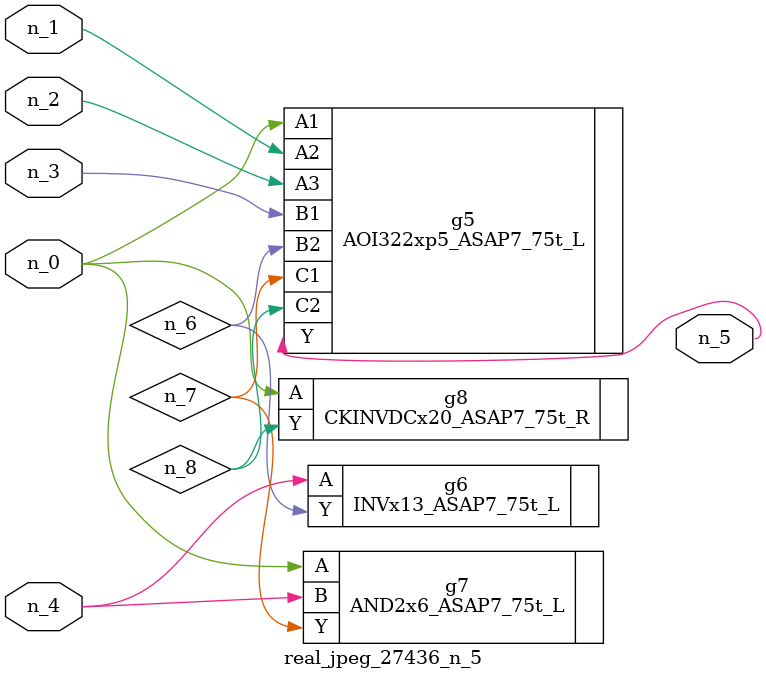
<source format=v>
module real_jpeg_27436_n_5 (n_4, n_0, n_1, n_2, n_3, n_5);

input n_4;
input n_0;
input n_1;
input n_2;
input n_3;

output n_5;

wire n_8;
wire n_6;
wire n_7;

AOI322xp5_ASAP7_75t_L g5 ( 
.A1(n_0),
.A2(n_1),
.A3(n_2),
.B1(n_3),
.B2(n_6),
.C1(n_7),
.C2(n_8),
.Y(n_5)
);

AND2x6_ASAP7_75t_L g7 ( 
.A(n_0),
.B(n_4),
.Y(n_7)
);

CKINVDCx20_ASAP7_75t_R g8 ( 
.A(n_0),
.Y(n_8)
);

INVx13_ASAP7_75t_L g6 ( 
.A(n_4),
.Y(n_6)
);


endmodule
</source>
